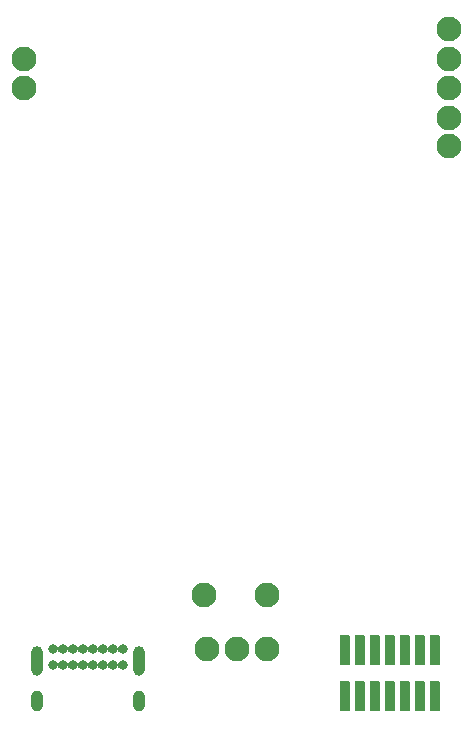
<source format=gbr>
G04 #@! TF.GenerationSoftware,KiCad,Pcbnew,5.1.7-a382d34a8~87~ubuntu18.04.1*
G04 #@! TF.CreationDate,2020-11-02T16:56:13+01:00*
G04 #@! TF.ProjectId,debug_station,64656275-675f-4737-9461-74696f6e2e6b,rev?*
G04 #@! TF.SameCoordinates,Original*
G04 #@! TF.FileFunction,Soldermask,Top*
G04 #@! TF.FilePolarity,Negative*
%FSLAX46Y46*%
G04 Gerber Fmt 4.6, Leading zero omitted, Abs format (unit mm)*
G04 Created by KiCad (PCBNEW 5.1.7-a382d34a8~87~ubuntu18.04.1) date 2020-11-02 16:56:13*
%MOMM*%
%LPD*%
G01*
G04 APERTURE LIST*
%ADD10C,2.102000*%
%ADD11O,1.002000X1.802000*%
%ADD12O,1.002000X2.502000*%
%ADD13C,0.802000*%
%ADD14C,0.100000*%
G04 APERTURE END LIST*
D10*
X34500000Y-192000000D03*
X37100000Y-192000000D03*
X55000000Y-139500000D03*
X39600000Y-187400000D03*
X34250000Y-187400000D03*
X39600000Y-192000000D03*
X19000000Y-142000000D03*
X19000000Y-144500000D03*
X55000000Y-142000000D03*
X55000000Y-144500000D03*
X55000000Y-149400000D03*
X55000000Y-147000000D03*
G36*
G01*
X54180000Y-193301000D02*
X53440000Y-193301000D01*
G75*
G02*
X53389000Y-193250000I0J51000D01*
G01*
X53389000Y-190850000D01*
G75*
G02*
X53440000Y-190799000I51000J0D01*
G01*
X54180000Y-190799000D01*
G75*
G02*
X54231000Y-190850000I0J-51000D01*
G01*
X54231000Y-193250000D01*
G75*
G02*
X54180000Y-193301000I-51000J0D01*
G01*
G37*
G36*
G01*
X54180000Y-197201000D02*
X53440000Y-197201000D01*
G75*
G02*
X53389000Y-197150000I0J51000D01*
G01*
X53389000Y-194750000D01*
G75*
G02*
X53440000Y-194699000I51000J0D01*
G01*
X54180000Y-194699000D01*
G75*
G02*
X54231000Y-194750000I0J-51000D01*
G01*
X54231000Y-197150000D01*
G75*
G02*
X54180000Y-197201000I-51000J0D01*
G01*
G37*
G36*
G01*
X52910000Y-193301000D02*
X52170000Y-193301000D01*
G75*
G02*
X52119000Y-193250000I0J51000D01*
G01*
X52119000Y-190850000D01*
G75*
G02*
X52170000Y-190799000I51000J0D01*
G01*
X52910000Y-190799000D01*
G75*
G02*
X52961000Y-190850000I0J-51000D01*
G01*
X52961000Y-193250000D01*
G75*
G02*
X52910000Y-193301000I-51000J0D01*
G01*
G37*
G36*
G01*
X52910000Y-197201000D02*
X52170000Y-197201000D01*
G75*
G02*
X52119000Y-197150000I0J51000D01*
G01*
X52119000Y-194750000D01*
G75*
G02*
X52170000Y-194699000I51000J0D01*
G01*
X52910000Y-194699000D01*
G75*
G02*
X52961000Y-194750000I0J-51000D01*
G01*
X52961000Y-197150000D01*
G75*
G02*
X52910000Y-197201000I-51000J0D01*
G01*
G37*
G36*
G01*
X51640000Y-193301000D02*
X50900000Y-193301000D01*
G75*
G02*
X50849000Y-193250000I0J51000D01*
G01*
X50849000Y-190850000D01*
G75*
G02*
X50900000Y-190799000I51000J0D01*
G01*
X51640000Y-190799000D01*
G75*
G02*
X51691000Y-190850000I0J-51000D01*
G01*
X51691000Y-193250000D01*
G75*
G02*
X51640000Y-193301000I-51000J0D01*
G01*
G37*
G36*
G01*
X51640000Y-197201000D02*
X50900000Y-197201000D01*
G75*
G02*
X50849000Y-197150000I0J51000D01*
G01*
X50849000Y-194750000D01*
G75*
G02*
X50900000Y-194699000I51000J0D01*
G01*
X51640000Y-194699000D01*
G75*
G02*
X51691000Y-194750000I0J-51000D01*
G01*
X51691000Y-197150000D01*
G75*
G02*
X51640000Y-197201000I-51000J0D01*
G01*
G37*
G36*
G01*
X50370000Y-193301000D02*
X49630000Y-193301000D01*
G75*
G02*
X49579000Y-193250000I0J51000D01*
G01*
X49579000Y-190850000D01*
G75*
G02*
X49630000Y-190799000I51000J0D01*
G01*
X50370000Y-190799000D01*
G75*
G02*
X50421000Y-190850000I0J-51000D01*
G01*
X50421000Y-193250000D01*
G75*
G02*
X50370000Y-193301000I-51000J0D01*
G01*
G37*
G36*
G01*
X50370000Y-197201000D02*
X49630000Y-197201000D01*
G75*
G02*
X49579000Y-197150000I0J51000D01*
G01*
X49579000Y-194750000D01*
G75*
G02*
X49630000Y-194699000I51000J0D01*
G01*
X50370000Y-194699000D01*
G75*
G02*
X50421000Y-194750000I0J-51000D01*
G01*
X50421000Y-197150000D01*
G75*
G02*
X50370000Y-197201000I-51000J0D01*
G01*
G37*
G36*
G01*
X49100000Y-193301000D02*
X48360000Y-193301000D01*
G75*
G02*
X48309000Y-193250000I0J51000D01*
G01*
X48309000Y-190850000D01*
G75*
G02*
X48360000Y-190799000I51000J0D01*
G01*
X49100000Y-190799000D01*
G75*
G02*
X49151000Y-190850000I0J-51000D01*
G01*
X49151000Y-193250000D01*
G75*
G02*
X49100000Y-193301000I-51000J0D01*
G01*
G37*
G36*
G01*
X49100000Y-197201000D02*
X48360000Y-197201000D01*
G75*
G02*
X48309000Y-197150000I0J51000D01*
G01*
X48309000Y-194750000D01*
G75*
G02*
X48360000Y-194699000I51000J0D01*
G01*
X49100000Y-194699000D01*
G75*
G02*
X49151000Y-194750000I0J-51000D01*
G01*
X49151000Y-197150000D01*
G75*
G02*
X49100000Y-197201000I-51000J0D01*
G01*
G37*
G36*
G01*
X47830000Y-193301000D02*
X47090000Y-193301000D01*
G75*
G02*
X47039000Y-193250000I0J51000D01*
G01*
X47039000Y-190850000D01*
G75*
G02*
X47090000Y-190799000I51000J0D01*
G01*
X47830000Y-190799000D01*
G75*
G02*
X47881000Y-190850000I0J-51000D01*
G01*
X47881000Y-193250000D01*
G75*
G02*
X47830000Y-193301000I-51000J0D01*
G01*
G37*
G36*
G01*
X47830000Y-197201000D02*
X47090000Y-197201000D01*
G75*
G02*
X47039000Y-197150000I0J51000D01*
G01*
X47039000Y-194750000D01*
G75*
G02*
X47090000Y-194699000I51000J0D01*
G01*
X47830000Y-194699000D01*
G75*
G02*
X47881000Y-194750000I0J-51000D01*
G01*
X47881000Y-197150000D01*
G75*
G02*
X47830000Y-197201000I-51000J0D01*
G01*
G37*
G36*
G01*
X46560000Y-193301000D02*
X45820000Y-193301000D01*
G75*
G02*
X45769000Y-193250000I0J51000D01*
G01*
X45769000Y-190850000D01*
G75*
G02*
X45820000Y-190799000I51000J0D01*
G01*
X46560000Y-190799000D01*
G75*
G02*
X46611000Y-190850000I0J-51000D01*
G01*
X46611000Y-193250000D01*
G75*
G02*
X46560000Y-193301000I-51000J0D01*
G01*
G37*
G36*
G01*
X46560000Y-197201000D02*
X45820000Y-197201000D01*
G75*
G02*
X45769000Y-197150000I0J51000D01*
G01*
X45769000Y-194750000D01*
G75*
G02*
X45820000Y-194699000I51000J0D01*
G01*
X46560000Y-194699000D01*
G75*
G02*
X46611000Y-194750000I0J-51000D01*
G01*
X46611000Y-197150000D01*
G75*
G02*
X46560000Y-197201000I-51000J0D01*
G01*
G37*
D11*
X28800000Y-196360000D03*
X20150000Y-196360000D03*
D12*
X28800000Y-192980000D03*
X20150000Y-192980000D03*
D13*
X24900000Y-193350000D03*
X27450000Y-193350000D03*
X26600000Y-193350000D03*
X25750000Y-193350000D03*
X21500000Y-193350000D03*
X23200000Y-193350000D03*
X24050000Y-193350000D03*
X22350000Y-193350000D03*
X27450000Y-192000000D03*
X26600000Y-192000000D03*
X25750000Y-192000000D03*
X24900000Y-192000000D03*
X24050000Y-192000000D03*
X23200000Y-192000000D03*
X22350000Y-192000000D03*
X21500000Y-192000000D03*
D14*
G36*
X25226509Y-193116767D02*
G01*
X25238033Y-193130810D01*
X25256670Y-193146105D01*
X25277934Y-193157470D01*
X25301009Y-193164470D01*
X25325000Y-193166833D01*
X25348991Y-193164470D01*
X25372066Y-193157470D01*
X25393330Y-193146105D01*
X25411967Y-193130810D01*
X25423491Y-193116767D01*
X25425363Y-193116063D01*
X25426909Y-193117331D01*
X25426700Y-193119147D01*
X25398123Y-193161917D01*
X25368191Y-193234178D01*
X25352931Y-193310894D01*
X25352931Y-193389106D01*
X25368191Y-193465822D01*
X25398123Y-193538083D01*
X25426700Y-193580853D01*
X25426831Y-193582849D01*
X25425168Y-193583960D01*
X25423491Y-193583233D01*
X25411967Y-193569190D01*
X25393330Y-193553895D01*
X25372066Y-193542530D01*
X25348991Y-193535530D01*
X25325000Y-193533167D01*
X25301009Y-193535530D01*
X25277934Y-193542530D01*
X25256670Y-193553895D01*
X25238033Y-193569190D01*
X25226509Y-193583233D01*
X25224637Y-193583937D01*
X25223091Y-193582669D01*
X25223300Y-193580853D01*
X25251877Y-193538083D01*
X25281809Y-193465822D01*
X25297069Y-193389106D01*
X25297069Y-193310894D01*
X25281809Y-193234178D01*
X25251877Y-193161917D01*
X25223300Y-193119147D01*
X25223169Y-193117151D01*
X25224832Y-193116040D01*
X25226509Y-193116767D01*
G37*
G36*
X22676509Y-193116767D02*
G01*
X22688033Y-193130810D01*
X22706670Y-193146105D01*
X22727934Y-193157470D01*
X22751009Y-193164470D01*
X22775000Y-193166833D01*
X22798991Y-193164470D01*
X22822066Y-193157470D01*
X22843330Y-193146105D01*
X22861967Y-193130810D01*
X22873491Y-193116767D01*
X22875363Y-193116063D01*
X22876909Y-193117331D01*
X22876700Y-193119147D01*
X22848123Y-193161917D01*
X22818191Y-193234178D01*
X22802931Y-193310894D01*
X22802931Y-193389106D01*
X22818191Y-193465822D01*
X22848123Y-193538083D01*
X22876700Y-193580853D01*
X22876831Y-193582849D01*
X22875168Y-193583960D01*
X22873491Y-193583233D01*
X22861967Y-193569190D01*
X22843330Y-193553895D01*
X22822066Y-193542530D01*
X22798991Y-193535530D01*
X22775000Y-193533167D01*
X22751009Y-193535530D01*
X22727934Y-193542530D01*
X22706670Y-193553895D01*
X22688033Y-193569190D01*
X22676509Y-193583233D01*
X22674637Y-193583937D01*
X22673091Y-193582669D01*
X22673300Y-193580853D01*
X22701877Y-193538083D01*
X22731809Y-193465822D01*
X22747069Y-193389106D01*
X22747069Y-193310894D01*
X22731809Y-193234178D01*
X22701877Y-193161917D01*
X22673300Y-193119147D01*
X22673169Y-193117151D01*
X22674832Y-193116040D01*
X22676509Y-193116767D01*
G37*
G36*
X26076509Y-193116767D02*
G01*
X26088033Y-193130810D01*
X26106670Y-193146105D01*
X26127934Y-193157470D01*
X26151009Y-193164470D01*
X26175000Y-193166833D01*
X26198991Y-193164470D01*
X26222066Y-193157470D01*
X26243330Y-193146105D01*
X26261967Y-193130810D01*
X26273491Y-193116767D01*
X26275363Y-193116063D01*
X26276909Y-193117331D01*
X26276700Y-193119147D01*
X26248123Y-193161917D01*
X26218191Y-193234178D01*
X26202931Y-193310894D01*
X26202931Y-193389106D01*
X26218191Y-193465822D01*
X26248123Y-193538083D01*
X26276700Y-193580853D01*
X26276831Y-193582849D01*
X26275168Y-193583960D01*
X26273491Y-193583233D01*
X26261967Y-193569190D01*
X26243330Y-193553895D01*
X26222066Y-193542530D01*
X26198991Y-193535530D01*
X26175000Y-193533167D01*
X26151009Y-193535530D01*
X26127934Y-193542530D01*
X26106670Y-193553895D01*
X26088033Y-193569190D01*
X26076509Y-193583233D01*
X26074637Y-193583937D01*
X26073091Y-193582669D01*
X26073300Y-193580853D01*
X26101877Y-193538083D01*
X26131809Y-193465822D01*
X26147069Y-193389106D01*
X26147069Y-193310894D01*
X26131809Y-193234178D01*
X26101877Y-193161917D01*
X26073300Y-193119147D01*
X26073169Y-193117151D01*
X26074832Y-193116040D01*
X26076509Y-193116767D01*
G37*
G36*
X23526509Y-193116767D02*
G01*
X23538033Y-193130810D01*
X23556670Y-193146105D01*
X23577934Y-193157470D01*
X23601009Y-193164470D01*
X23625000Y-193166833D01*
X23648991Y-193164470D01*
X23672066Y-193157470D01*
X23693330Y-193146105D01*
X23711967Y-193130810D01*
X23723491Y-193116767D01*
X23725363Y-193116063D01*
X23726909Y-193117331D01*
X23726700Y-193119147D01*
X23698123Y-193161917D01*
X23668191Y-193234178D01*
X23652931Y-193310894D01*
X23652931Y-193389106D01*
X23668191Y-193465822D01*
X23698123Y-193538083D01*
X23726700Y-193580853D01*
X23726831Y-193582849D01*
X23725168Y-193583960D01*
X23723491Y-193583233D01*
X23711967Y-193569190D01*
X23693330Y-193553895D01*
X23672066Y-193542530D01*
X23648991Y-193535530D01*
X23625000Y-193533167D01*
X23601009Y-193535530D01*
X23577934Y-193542530D01*
X23556670Y-193553895D01*
X23538033Y-193569190D01*
X23526509Y-193583233D01*
X23524637Y-193583937D01*
X23523091Y-193582669D01*
X23523300Y-193580853D01*
X23551877Y-193538083D01*
X23581809Y-193465822D01*
X23597069Y-193389106D01*
X23597069Y-193310894D01*
X23581809Y-193234178D01*
X23551877Y-193161917D01*
X23523300Y-193119147D01*
X23523169Y-193117151D01*
X23524832Y-193116040D01*
X23526509Y-193116767D01*
G37*
G36*
X24376509Y-193116767D02*
G01*
X24388033Y-193130810D01*
X24406670Y-193146105D01*
X24427934Y-193157470D01*
X24451009Y-193164470D01*
X24475000Y-193166833D01*
X24498991Y-193164470D01*
X24522066Y-193157470D01*
X24543330Y-193146105D01*
X24561967Y-193130810D01*
X24573491Y-193116767D01*
X24575363Y-193116063D01*
X24576909Y-193117331D01*
X24576700Y-193119147D01*
X24548123Y-193161917D01*
X24518191Y-193234178D01*
X24502931Y-193310894D01*
X24502931Y-193389106D01*
X24518191Y-193465822D01*
X24548123Y-193538083D01*
X24576700Y-193580853D01*
X24576831Y-193582849D01*
X24575168Y-193583960D01*
X24573491Y-193583233D01*
X24561967Y-193569190D01*
X24543330Y-193553895D01*
X24522066Y-193542530D01*
X24498991Y-193535530D01*
X24475000Y-193533167D01*
X24451009Y-193535530D01*
X24427934Y-193542530D01*
X24406670Y-193553895D01*
X24388033Y-193569190D01*
X24376509Y-193583233D01*
X24374637Y-193583937D01*
X24373091Y-193582669D01*
X24373300Y-193580853D01*
X24401877Y-193538083D01*
X24431809Y-193465822D01*
X24447069Y-193389106D01*
X24447069Y-193310894D01*
X24431809Y-193234178D01*
X24401877Y-193161917D01*
X24373300Y-193119147D01*
X24373169Y-193117151D01*
X24374832Y-193116040D01*
X24376509Y-193116767D01*
G37*
G36*
X26926509Y-193116767D02*
G01*
X26938033Y-193130810D01*
X26956670Y-193146105D01*
X26977934Y-193157470D01*
X27001009Y-193164470D01*
X27025000Y-193166833D01*
X27048991Y-193164470D01*
X27072066Y-193157470D01*
X27093330Y-193146105D01*
X27111967Y-193130810D01*
X27123491Y-193116767D01*
X27125363Y-193116063D01*
X27126909Y-193117331D01*
X27126700Y-193119147D01*
X27098123Y-193161917D01*
X27068191Y-193234178D01*
X27052931Y-193310894D01*
X27052931Y-193389106D01*
X27068191Y-193465822D01*
X27098123Y-193538083D01*
X27126700Y-193580853D01*
X27126831Y-193582849D01*
X27125168Y-193583960D01*
X27123491Y-193583233D01*
X27111967Y-193569190D01*
X27093330Y-193553895D01*
X27072066Y-193542530D01*
X27048991Y-193535530D01*
X27025000Y-193533167D01*
X27001009Y-193535530D01*
X26977934Y-193542530D01*
X26956670Y-193553895D01*
X26938033Y-193569190D01*
X26926509Y-193583233D01*
X26924637Y-193583937D01*
X26923091Y-193582669D01*
X26923300Y-193580853D01*
X26951877Y-193538083D01*
X26981809Y-193465822D01*
X26997069Y-193389106D01*
X26997069Y-193310894D01*
X26981809Y-193234178D01*
X26951877Y-193161917D01*
X26923300Y-193119147D01*
X26923169Y-193117151D01*
X26924832Y-193116040D01*
X26926509Y-193116767D01*
G37*
G36*
X21826509Y-193116767D02*
G01*
X21838033Y-193130810D01*
X21856670Y-193146105D01*
X21877934Y-193157470D01*
X21901009Y-193164470D01*
X21925000Y-193166833D01*
X21948991Y-193164470D01*
X21972066Y-193157470D01*
X21993330Y-193146105D01*
X22011967Y-193130810D01*
X22023491Y-193116767D01*
X22025363Y-193116063D01*
X22026909Y-193117331D01*
X22026700Y-193119147D01*
X21998123Y-193161917D01*
X21968191Y-193234178D01*
X21952931Y-193310894D01*
X21952931Y-193389106D01*
X21968191Y-193465822D01*
X21998123Y-193538083D01*
X22026700Y-193580853D01*
X22026831Y-193582849D01*
X22025168Y-193583960D01*
X22023491Y-193583233D01*
X22011967Y-193569190D01*
X21993330Y-193553895D01*
X21972066Y-193542530D01*
X21948991Y-193535530D01*
X21925000Y-193533167D01*
X21901009Y-193535530D01*
X21877934Y-193542530D01*
X21856670Y-193553895D01*
X21838033Y-193569190D01*
X21826509Y-193583233D01*
X21824637Y-193583937D01*
X21823091Y-193582669D01*
X21823300Y-193580853D01*
X21851877Y-193538083D01*
X21881809Y-193465822D01*
X21897069Y-193389106D01*
X21897069Y-193310894D01*
X21881809Y-193234178D01*
X21851877Y-193161917D01*
X21823300Y-193119147D01*
X21823169Y-193117151D01*
X21824832Y-193116040D01*
X21826509Y-193116767D01*
G37*
G36*
X24376509Y-191766767D02*
G01*
X24388033Y-191780810D01*
X24406670Y-191796105D01*
X24427934Y-191807470D01*
X24451009Y-191814470D01*
X24475000Y-191816833D01*
X24498991Y-191814470D01*
X24522066Y-191807470D01*
X24543330Y-191796105D01*
X24561967Y-191780810D01*
X24573491Y-191766767D01*
X24575363Y-191766063D01*
X24576909Y-191767331D01*
X24576700Y-191769147D01*
X24548123Y-191811917D01*
X24518191Y-191884178D01*
X24502931Y-191960894D01*
X24502931Y-192039106D01*
X24518191Y-192115822D01*
X24548123Y-192188083D01*
X24576700Y-192230853D01*
X24576831Y-192232849D01*
X24575168Y-192233960D01*
X24573491Y-192233233D01*
X24561967Y-192219190D01*
X24543330Y-192203895D01*
X24522066Y-192192530D01*
X24498991Y-192185530D01*
X24475000Y-192183167D01*
X24451009Y-192185530D01*
X24427934Y-192192530D01*
X24406670Y-192203895D01*
X24388033Y-192219190D01*
X24376509Y-192233233D01*
X24374637Y-192233937D01*
X24373091Y-192232669D01*
X24373300Y-192230853D01*
X24401877Y-192188083D01*
X24431809Y-192115822D01*
X24447069Y-192039106D01*
X24447069Y-191960894D01*
X24431809Y-191884178D01*
X24401877Y-191811917D01*
X24373300Y-191769147D01*
X24373169Y-191767151D01*
X24374832Y-191766040D01*
X24376509Y-191766767D01*
G37*
G36*
X21826509Y-191766767D02*
G01*
X21838033Y-191780810D01*
X21856670Y-191796105D01*
X21877934Y-191807470D01*
X21901009Y-191814470D01*
X21925000Y-191816833D01*
X21948991Y-191814470D01*
X21972066Y-191807470D01*
X21993330Y-191796105D01*
X22011967Y-191780810D01*
X22023491Y-191766767D01*
X22025363Y-191766063D01*
X22026909Y-191767331D01*
X22026700Y-191769147D01*
X21998123Y-191811917D01*
X21968191Y-191884178D01*
X21952931Y-191960894D01*
X21952931Y-192039106D01*
X21968191Y-192115822D01*
X21998123Y-192188083D01*
X22026700Y-192230853D01*
X22026831Y-192232849D01*
X22025168Y-192233960D01*
X22023491Y-192233233D01*
X22011967Y-192219190D01*
X21993330Y-192203895D01*
X21972066Y-192192530D01*
X21948991Y-192185530D01*
X21925000Y-192183167D01*
X21901009Y-192185530D01*
X21877934Y-192192530D01*
X21856670Y-192203895D01*
X21838033Y-192219190D01*
X21826509Y-192233233D01*
X21824637Y-192233937D01*
X21823091Y-192232669D01*
X21823300Y-192230853D01*
X21851877Y-192188083D01*
X21881809Y-192115822D01*
X21897069Y-192039106D01*
X21897069Y-191960894D01*
X21881809Y-191884178D01*
X21851877Y-191811917D01*
X21823300Y-191769147D01*
X21823169Y-191767151D01*
X21824832Y-191766040D01*
X21826509Y-191766767D01*
G37*
G36*
X22676509Y-191766767D02*
G01*
X22688033Y-191780810D01*
X22706670Y-191796105D01*
X22727934Y-191807470D01*
X22751009Y-191814470D01*
X22775000Y-191816833D01*
X22798991Y-191814470D01*
X22822066Y-191807470D01*
X22843330Y-191796105D01*
X22861967Y-191780810D01*
X22873491Y-191766767D01*
X22875363Y-191766063D01*
X22876909Y-191767331D01*
X22876700Y-191769147D01*
X22848123Y-191811917D01*
X22818191Y-191884178D01*
X22802931Y-191960894D01*
X22802931Y-192039106D01*
X22818191Y-192115822D01*
X22848123Y-192188083D01*
X22876700Y-192230853D01*
X22876831Y-192232849D01*
X22875168Y-192233960D01*
X22873491Y-192233233D01*
X22861967Y-192219190D01*
X22843330Y-192203895D01*
X22822066Y-192192530D01*
X22798991Y-192185530D01*
X22775000Y-192183167D01*
X22751009Y-192185530D01*
X22727934Y-192192530D01*
X22706670Y-192203895D01*
X22688033Y-192219190D01*
X22676509Y-192233233D01*
X22674637Y-192233937D01*
X22673091Y-192232669D01*
X22673300Y-192230853D01*
X22701877Y-192188083D01*
X22731809Y-192115822D01*
X22747069Y-192039106D01*
X22747069Y-191960894D01*
X22731809Y-191884178D01*
X22701877Y-191811917D01*
X22673300Y-191769147D01*
X22673169Y-191767151D01*
X22674832Y-191766040D01*
X22676509Y-191766767D01*
G37*
G36*
X26926509Y-191766767D02*
G01*
X26938033Y-191780810D01*
X26956670Y-191796105D01*
X26977934Y-191807470D01*
X27001009Y-191814470D01*
X27025000Y-191816833D01*
X27048991Y-191814470D01*
X27072066Y-191807470D01*
X27093330Y-191796105D01*
X27111967Y-191780810D01*
X27123491Y-191766767D01*
X27125363Y-191766063D01*
X27126909Y-191767331D01*
X27126700Y-191769147D01*
X27098123Y-191811917D01*
X27068191Y-191884178D01*
X27052931Y-191960894D01*
X27052931Y-192039106D01*
X27068191Y-192115822D01*
X27098123Y-192188083D01*
X27126700Y-192230853D01*
X27126831Y-192232849D01*
X27125168Y-192233960D01*
X27123491Y-192233233D01*
X27111967Y-192219190D01*
X27093330Y-192203895D01*
X27072066Y-192192530D01*
X27048991Y-192185530D01*
X27025000Y-192183167D01*
X27001009Y-192185530D01*
X26977934Y-192192530D01*
X26956670Y-192203895D01*
X26938033Y-192219190D01*
X26926509Y-192233233D01*
X26924637Y-192233937D01*
X26923091Y-192232669D01*
X26923300Y-192230853D01*
X26951877Y-192188083D01*
X26981809Y-192115822D01*
X26997069Y-192039106D01*
X26997069Y-191960894D01*
X26981809Y-191884178D01*
X26951877Y-191811917D01*
X26923300Y-191769147D01*
X26923169Y-191767151D01*
X26924832Y-191766040D01*
X26926509Y-191766767D01*
G37*
G36*
X23526509Y-191766767D02*
G01*
X23538033Y-191780810D01*
X23556670Y-191796105D01*
X23577934Y-191807470D01*
X23601009Y-191814470D01*
X23625000Y-191816833D01*
X23648991Y-191814470D01*
X23672066Y-191807470D01*
X23693330Y-191796105D01*
X23711967Y-191780810D01*
X23723491Y-191766767D01*
X23725363Y-191766063D01*
X23726909Y-191767331D01*
X23726700Y-191769147D01*
X23698123Y-191811917D01*
X23668191Y-191884178D01*
X23652931Y-191960894D01*
X23652931Y-192039106D01*
X23668191Y-192115822D01*
X23698123Y-192188083D01*
X23726700Y-192230853D01*
X23726831Y-192232849D01*
X23725168Y-192233960D01*
X23723491Y-192233233D01*
X23711967Y-192219190D01*
X23693330Y-192203895D01*
X23672066Y-192192530D01*
X23648991Y-192185530D01*
X23625000Y-192183167D01*
X23601009Y-192185530D01*
X23577934Y-192192530D01*
X23556670Y-192203895D01*
X23538033Y-192219190D01*
X23526509Y-192233233D01*
X23524637Y-192233937D01*
X23523091Y-192232669D01*
X23523300Y-192230853D01*
X23551877Y-192188083D01*
X23581809Y-192115822D01*
X23597069Y-192039106D01*
X23597069Y-191960894D01*
X23581809Y-191884178D01*
X23551877Y-191811917D01*
X23523300Y-191769147D01*
X23523169Y-191767151D01*
X23524832Y-191766040D01*
X23526509Y-191766767D01*
G37*
G36*
X26076509Y-191766767D02*
G01*
X26088033Y-191780810D01*
X26106670Y-191796105D01*
X26127934Y-191807470D01*
X26151009Y-191814470D01*
X26175000Y-191816833D01*
X26198991Y-191814470D01*
X26222066Y-191807470D01*
X26243330Y-191796105D01*
X26261967Y-191780810D01*
X26273491Y-191766767D01*
X26275363Y-191766063D01*
X26276909Y-191767331D01*
X26276700Y-191769147D01*
X26248123Y-191811917D01*
X26218191Y-191884178D01*
X26202931Y-191960894D01*
X26202931Y-192039106D01*
X26218191Y-192115822D01*
X26248123Y-192188083D01*
X26276700Y-192230853D01*
X26276831Y-192232849D01*
X26275168Y-192233960D01*
X26273491Y-192233233D01*
X26261967Y-192219190D01*
X26243330Y-192203895D01*
X26222066Y-192192530D01*
X26198991Y-192185530D01*
X26175000Y-192183167D01*
X26151009Y-192185530D01*
X26127934Y-192192530D01*
X26106670Y-192203895D01*
X26088033Y-192219190D01*
X26076509Y-192233233D01*
X26074637Y-192233937D01*
X26073091Y-192232669D01*
X26073300Y-192230853D01*
X26101877Y-192188083D01*
X26131809Y-192115822D01*
X26147069Y-192039106D01*
X26147069Y-191960894D01*
X26131809Y-191884178D01*
X26101877Y-191811917D01*
X26073300Y-191769147D01*
X26073169Y-191767151D01*
X26074832Y-191766040D01*
X26076509Y-191766767D01*
G37*
G36*
X25226509Y-191766767D02*
G01*
X25238033Y-191780810D01*
X25256670Y-191796105D01*
X25277934Y-191807470D01*
X25301009Y-191814470D01*
X25325000Y-191816833D01*
X25348991Y-191814470D01*
X25372066Y-191807470D01*
X25393330Y-191796105D01*
X25411967Y-191780810D01*
X25423491Y-191766767D01*
X25425363Y-191766063D01*
X25426909Y-191767331D01*
X25426700Y-191769147D01*
X25398123Y-191811917D01*
X25368191Y-191884178D01*
X25352931Y-191960894D01*
X25352931Y-192039106D01*
X25368191Y-192115822D01*
X25398123Y-192188083D01*
X25426700Y-192230853D01*
X25426831Y-192232849D01*
X25425168Y-192233960D01*
X25423491Y-192233233D01*
X25411967Y-192219190D01*
X25393330Y-192203895D01*
X25372066Y-192192530D01*
X25348991Y-192185530D01*
X25325000Y-192183167D01*
X25301009Y-192185530D01*
X25277934Y-192192530D01*
X25256670Y-192203895D01*
X25238033Y-192219190D01*
X25226509Y-192233233D01*
X25224637Y-192233937D01*
X25223091Y-192232669D01*
X25223300Y-192230853D01*
X25251877Y-192188083D01*
X25281809Y-192115822D01*
X25297069Y-192039106D01*
X25297069Y-191960894D01*
X25281809Y-191884178D01*
X25251877Y-191811917D01*
X25223300Y-191769147D01*
X25223169Y-191767151D01*
X25224832Y-191766040D01*
X25226509Y-191766767D01*
G37*
M02*

</source>
